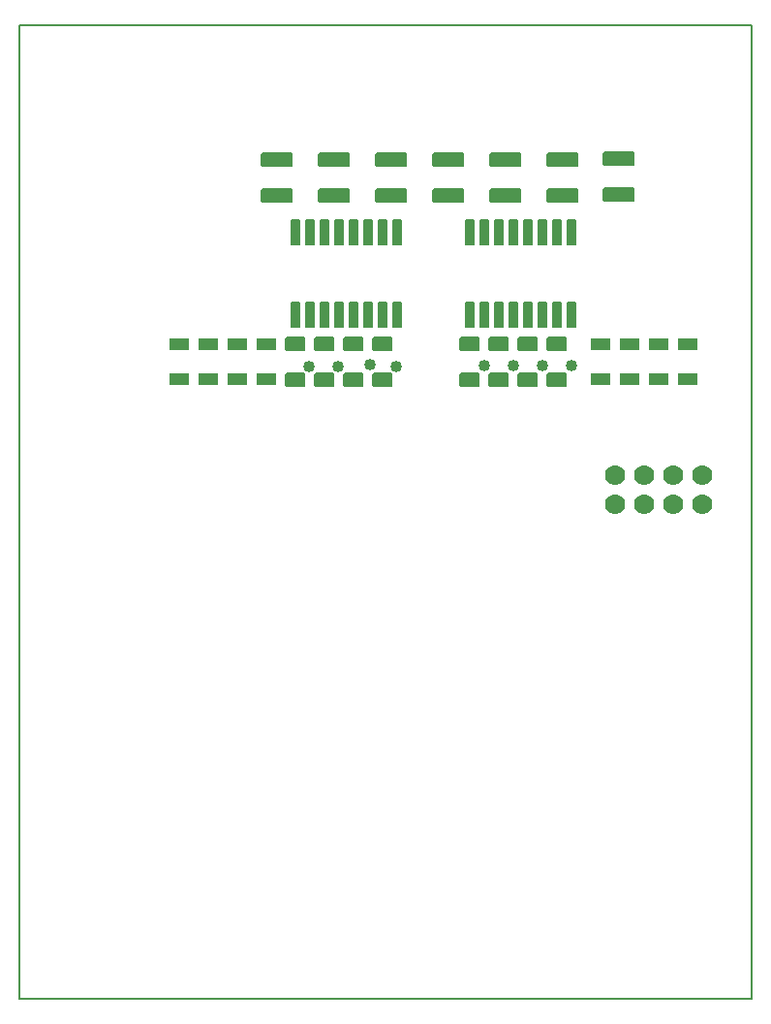
<source format=gbr>
G04 PROTEUS GERBER X2 FILE*
%TF.GenerationSoftware,Labcenter,Proteus,8.5-SP1-Build22252*%
%TF.CreationDate,2016-12-17T22:17:43+00:00*%
%TF.FileFunction,Soldermask,Top*%
%TF.FilePolarity,Negative*%
%TF.Part,Single*%
%FSLAX45Y45*%
%MOMM*%
G01*
%TA.AperFunction,Material*%
%ADD71C,1.016000*%
%AMPPAD012*
4,1,36,
-0.317500,1.143000,
0.317500,1.143000,
0.343470,1.140470,
0.367480,1.133200,
0.389080,1.121650,
0.407790,1.106290,
0.423150,1.087570,
0.434700,1.065980,
0.441970,1.041970,
0.444500,1.016000,
0.444500,-1.016000,
0.441970,-1.041970,
0.434700,-1.065980,
0.423150,-1.087570,
0.407790,-1.106290,
0.389080,-1.121650,
0.367480,-1.133200,
0.343470,-1.140470,
0.317500,-1.143000,
-0.317500,-1.143000,
-0.343470,-1.140470,
-0.367480,-1.133200,
-0.389080,-1.121650,
-0.407790,-1.106290,
-0.423150,-1.087570,
-0.434700,-1.065980,
-0.441970,-1.041970,
-0.444500,-1.016000,
-0.444500,1.016000,
-0.441970,1.041970,
-0.434700,1.065980,
-0.423150,1.087570,
-0.407790,1.106290,
-0.389080,1.121650,
-0.367480,1.133200,
-0.343470,1.140470,
-0.317500,1.143000,
0*%
%ADD20PPAD012*%
%AMPPAD013*
4,1,36,
1.397000,0.508000,
1.397000,-0.508000,
1.394470,-0.533970,
1.387200,-0.557980,
1.375650,-0.579580,
1.360290,-0.598290,
1.341570,-0.613650,
1.319980,-0.625200,
1.295970,-0.632470,
1.270000,-0.635000,
-1.270000,-0.635000,
-1.295970,-0.632470,
-1.319980,-0.625200,
-1.341570,-0.613650,
-1.360290,-0.598290,
-1.375650,-0.579580,
-1.387200,-0.557980,
-1.394470,-0.533970,
-1.397000,-0.508000,
-1.397000,0.508000,
-1.394470,0.533970,
-1.387200,0.557980,
-1.375650,0.579580,
-1.360290,0.598290,
-1.341570,0.613650,
-1.319980,0.625200,
-1.295970,0.632470,
-1.270000,0.635000,
1.270000,0.635000,
1.295970,0.632470,
1.319980,0.625200,
1.341570,0.613650,
1.360290,0.598290,
1.375650,0.579580,
1.387200,0.557980,
1.394470,0.533970,
1.397000,0.508000,
0*%
%ADD21PPAD013*%
%AMPPAD014*
4,1,36,
-0.889000,-0.508000,
-0.889000,0.508000,
-0.886470,0.533970,
-0.879200,0.557980,
-0.867650,0.579580,
-0.852290,0.598290,
-0.833570,0.613650,
-0.811980,0.625200,
-0.787970,0.632470,
-0.762000,0.635000,
0.762000,0.635000,
0.787970,0.632470,
0.811980,0.625200,
0.833570,0.613650,
0.852290,0.598290,
0.867650,0.579580,
0.879200,0.557980,
0.886470,0.533970,
0.889000,0.508000,
0.889000,-0.508000,
0.886470,-0.533970,
0.879200,-0.557980,
0.867650,-0.579580,
0.852290,-0.598290,
0.833570,-0.613650,
0.811980,-0.625200,
0.787970,-0.632470,
0.762000,-0.635000,
-0.762000,-0.635000,
-0.787970,-0.632470,
-0.811980,-0.625200,
-0.833570,-0.613650,
-0.852290,-0.598290,
-0.867650,-0.579580,
-0.879200,-0.557980,
-0.886470,-0.533970,
-0.889000,-0.508000,
0*%
%ADD22PPAD014*%
%AMPPAD015*
4,1,4,
0.876300,0.520700,
0.876300,-0.520700,
-0.876300,-0.520700,
-0.876300,0.520700,
0.876300,0.520700,
0*%
%ADD23PPAD015*%
%ADD24C,1.778000*%
%TA.AperFunction,Profile*%
%ADD17C,0.203200*%
D71*
X-12710079Y+9707961D03*
X-12454568Y+9709472D03*
X-12179269Y+9730771D03*
X-11946373Y+9715706D03*
X-11176000Y+9718040D03*
X-10922000Y+9718040D03*
X-10668000Y+9718040D03*
X-10414000Y+9718040D03*
D20*
X-11938000Y+10883900D03*
X-12065000Y+10883900D03*
X-12192000Y+10883900D03*
X-12319000Y+10883900D03*
X-12446000Y+10883900D03*
X-12573000Y+10883900D03*
X-12700000Y+10883900D03*
X-12827000Y+10883900D03*
X-12827000Y+10160000D03*
X-12700000Y+10160000D03*
X-12573000Y+10160000D03*
X-12446000Y+10160000D03*
X-12319000Y+10160000D03*
X-12192000Y+10160000D03*
X-12065000Y+10160000D03*
X-11938000Y+10160000D03*
X-10414000Y+10883900D03*
X-10541000Y+10883900D03*
X-10668000Y+10883900D03*
X-10795000Y+10883900D03*
X-10922000Y+10883900D03*
X-11049000Y+10883900D03*
X-11176000Y+10883900D03*
X-11303000Y+10883900D03*
X-11303000Y+10160000D03*
X-11176000Y+10160000D03*
X-11049000Y+10160000D03*
X-10922000Y+10160000D03*
X-10795000Y+10160000D03*
X-10668000Y+10160000D03*
X-10541000Y+10160000D03*
X-10414000Y+10160000D03*
D21*
X-12990000Y+11514960D03*
X-12990000Y+11200000D03*
X-12490000Y+11514960D03*
X-12490000Y+11200000D03*
X-11990000Y+11514960D03*
X-11990000Y+11200000D03*
X-11490000Y+11514960D03*
X-11490000Y+11200000D03*
X-10990000Y+11514960D03*
X-10990000Y+11200000D03*
X-10490000Y+11514960D03*
X-10490000Y+11200000D03*
X-9999500Y+11524460D03*
X-9999500Y+11209500D03*
D22*
X-10541000Y+9591040D03*
X-10541000Y+9906000D03*
X-10795000Y+9591040D03*
X-10795000Y+9906000D03*
X-11049000Y+9591040D03*
X-11049000Y+9906000D03*
X-11303000Y+9591040D03*
X-11303000Y+9906000D03*
X-12319000Y+9591040D03*
X-12319000Y+9906000D03*
X-12573000Y+9591040D03*
X-12573000Y+9906000D03*
X-12827000Y+9591040D03*
X-12827000Y+9906000D03*
D23*
X-13081000Y+9906000D03*
X-13081000Y+9606000D03*
X-13335000Y+9906000D03*
X-13335000Y+9606000D03*
X-13589000Y+9906000D03*
X-13589000Y+9606000D03*
X-13843000Y+9906000D03*
X-13843000Y+9606000D03*
X-9398000Y+9906000D03*
X-9398000Y+9606000D03*
X-9652000Y+9906000D03*
X-9652000Y+9606000D03*
X-9906000Y+9906000D03*
X-9906000Y+9606000D03*
X-10160000Y+9906000D03*
X-10160000Y+9606000D03*
D22*
X-12065000Y+9591040D03*
X-12065000Y+9906000D03*
D24*
X-10033000Y+8509000D03*
X-10033000Y+8763000D03*
X-9779000Y+8509000D03*
X-9779000Y+8763000D03*
X-9525000Y+8509000D03*
X-9525000Y+8763000D03*
X-9271000Y+8509000D03*
X-9271000Y+8763000D03*
D17*
X-15240000Y+4195000D02*
X-8840000Y+4195000D01*
X-8840000Y+12695000D01*
X-15240000Y+12695000D01*
X-15240000Y+4195000D01*
M02*

</source>
